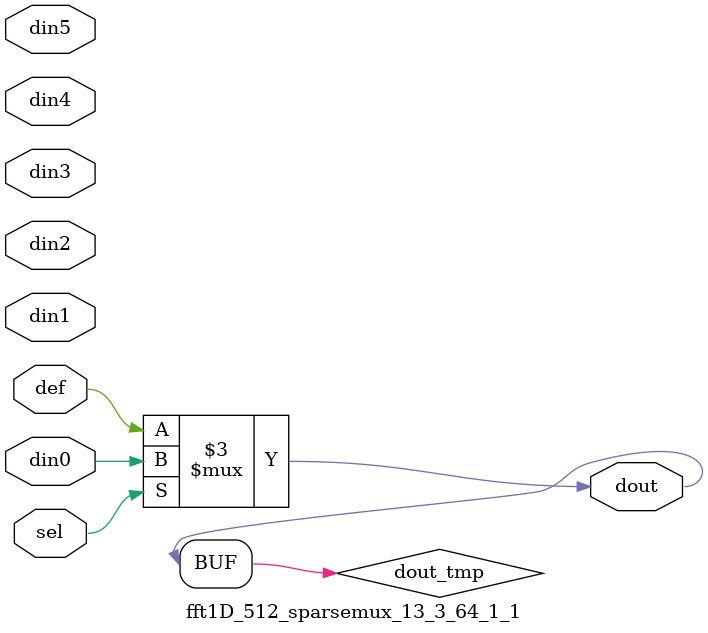
<source format=v>

module fft1D_512_sparsemux_13_3_64_1_1 (din0,din1,din2,din3,din4,din5,def,sel,dout);  
parameter din0_WIDTH = 1;
parameter din1_WIDTH = 1;
parameter din2_WIDTH = 1;
parameter din3_WIDTH = 1;
parameter din4_WIDTH = 1;
parameter din5_WIDTH = 1;
parameter def_WIDTH = 1;
parameter sel_WIDTH = 1;
parameter dout_WIDTH = 1;
parameter [sel_WIDTH-1:0] CASE0 = 1;
parameter [sel_WIDTH-1:0] CASE1 = 1;
parameter [sel_WIDTH-1:0] CASE2 = 1;
parameter [sel_WIDTH-1:0] CASE3 = 1;
parameter [sel_WIDTH-1:0] CASE4 = 1;
parameter [sel_WIDTH-1:0] CASE5 = 1;
parameter ID = 1;
parameter NUM_STAGE = 1;
input [din0_WIDTH-1:0] din0;
input [din1_WIDTH-1:0] din1;
input [din2_WIDTH-1:0] din2;
input [din3_WIDTH-1:0] din3;
input [din4_WIDTH-1:0] din4;
input [din5_WIDTH-1:0] din5;
input [def_WIDTH-1:0] def;
input [sel_WIDTH-1:0] sel;
output [dout_WIDTH-1:0] dout;
reg [dout_WIDTH-1:0] dout_tmp;
always @ (*) begin
(* parallel_case *) case (sel)
    CASE0 : dout_tmp = din0;
    CASE1 : dout_tmp = din1;
    CASE2 : dout_tmp = din2;
    CASE3 : dout_tmp = din3;
    CASE4 : dout_tmp = din4;
    CASE5 : dout_tmp = din5;
    default : dout_tmp = def;
endcase
end
assign dout = dout_tmp;
endmodule

</source>
